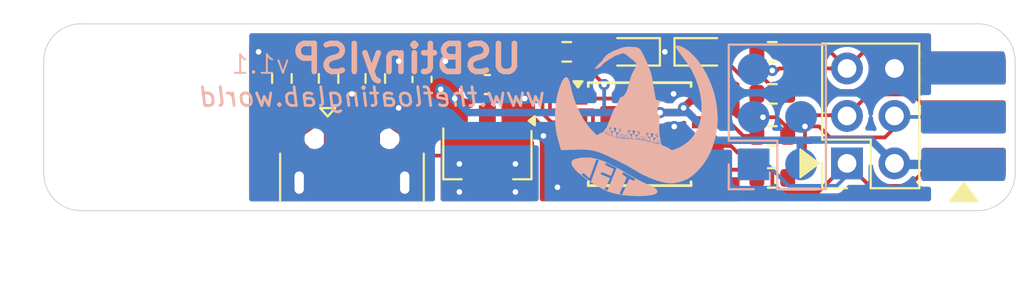
<source format=kicad_pcb>
(kicad_pcb
	(version 20240108)
	(generator "pcbnew")
	(generator_version "8.0")
	(general
		(thickness 1.6)
		(legacy_teardrops no)
	)
	(paper "A4")
	(layers
		(0 "F.Cu" signal)
		(31 "B.Cu" signal)
		(32 "B.Adhes" user "B.Adhesive")
		(33 "F.Adhes" user "F.Adhesive")
		(34 "B.Paste" user)
		(35 "F.Paste" user)
		(36 "B.SilkS" user "B.Silkscreen")
		(37 "F.SilkS" user "F.Silkscreen")
		(38 "B.Mask" user)
		(39 "F.Mask" user)
		(40 "Dwgs.User" user "User.Drawings")
		(41 "Cmts.User" user "User.Comments")
		(42 "Eco1.User" user "User.Eco1")
		(43 "Eco2.User" user "User.Eco2")
		(44 "Edge.Cuts" user)
		(45 "Margin" user)
		(46 "B.CrtYd" user "B.Courtyard")
		(47 "F.CrtYd" user "F.Courtyard")
		(48 "B.Fab" user)
		(49 "F.Fab" user)
		(50 "User.1" user)
		(51 "User.2" user)
		(52 "User.3" user)
		(53 "User.4" user)
		(54 "User.5" user)
		(55 "User.6" user)
		(56 "User.7" user)
		(57 "User.8" user)
		(58 "User.9" user)
	)
	(setup
		(stackup
			(layer "F.SilkS"
				(type "Top Silk Screen")
				(color "Black")
			)
			(layer "F.Paste"
				(type "Top Solder Paste")
			)
			(layer "F.Mask"
				(type "Top Solder Mask")
				(color "White")
				(thickness 0.01)
			)
			(layer "F.Cu"
				(type "copper")
				(thickness 0.035)
			)
			(layer "dielectric 1"
				(type "core")
				(thickness 1.51)
				(material "FR4")
				(epsilon_r 4.5)
				(loss_tangent 0.02)
			)
			(layer "B.Cu"
				(type "copper")
				(thickness 0.035)
			)
			(layer "B.Mask"
				(type "Bottom Solder Mask")
				(color "White")
				(thickness 0.01)
			)
			(layer "B.Paste"
				(type "Bottom Solder Paste")
			)
			(layer "B.SilkS"
				(type "Bottom Silk Screen")
				(color "Black")
			)
			(copper_finish "None")
			(dielectric_constraints no)
		)
		(pad_to_mask_clearance 0)
		(allow_soldermask_bridges_in_footprints no)
		(pcbplotparams
			(layerselection 0x00010fc_ffffffff)
			(plot_on_all_layers_selection 0x0000000_00000000)
			(disableapertmacros no)
			(usegerberextensions yes)
			(usegerberattributes no)
			(usegerberadvancedattributes no)
			(creategerberjobfile no)
			(dashed_line_dash_ratio 12.000000)
			(dashed_line_gap_ratio 3.000000)
			(svgprecision 4)
			(plotframeref no)
			(viasonmask no)
			(mode 1)
			(useauxorigin no)
			(hpglpennumber 1)
			(hpglpenspeed 20)
			(hpglpendiameter 15.000000)
			(pdf_front_fp_property_popups yes)
			(pdf_back_fp_property_popups yes)
			(dxfpolygonmode yes)
			(dxfimperialunits yes)
			(dxfusepcbnewfont yes)
			(psnegative no)
			(psa4output no)
			(plotreference yes)
			(plotvalue yes)
			(plotfptext yes)
			(plotinvisibletext no)
			(sketchpadsonfab no)
			(subtractmaskfromsilk yes)
			(outputformat 1)
			(mirror no)
			(drillshape 0)
			(scaleselection 1)
			(outputdirectory "")
		)
	)
	(net 0 "")
	(net 1 "Net-(J2-D+)")
	(net 2 "Net-(U1-XTAL2{slash}PB4)")
	(net 3 "Net-(U1-XTAL1{slash}PB3)")
	(net 4 "Net-(J2-D-)")
	(net 5 "Net-(J2-VBUS)")
	(net 6 "Net-(D3-A)")
	(net 7 "Net-(J3-Pin_3)")
	(net 8 "Net-(D4-A)")
	(net 9 "Net-(J3-Pin_2)")
	(net 10 "Net-(J3-Pin_4)")
	(net 11 "Net-(J3-Pin_5)")
	(net 12 "Net-(J3-Pin_1)")
	(net 13 "unconnected-(J2-ID-Pad4)")
	(net 14 "Net-(D3-K)")
	(net 15 "Net-(U1-PB2)")
	(net 16 "Net-(U1-AREF{slash}PB0)")
	(net 17 "Net-(U1-~{RESET}{slash}PB5)")
	(footprint "Connector_PinSocket_2.54mm:PinSocket_2x03_P2.54mm_Vertical" (layer "F.Cu") (at 152 56.97 180))
	(footprint "Connector_USB:USB_Micro-B_XKB_U254-051T-4BH83-F1S" (layer "F.Cu") (at 125.5 57.61))
	(footprint "Resistor_SMD:R_0603_1608Metric" (layer "F.Cu") (at 126.75 52.425 -90))
	(footprint "Resistor_SMD:R_0603_1608Metric" (layer "F.Cu") (at 137 51))
	(footprint "LED_SMD:LED_0603_1608Metric" (layer "F.Cu") (at 144.25 51))
	(footprint "Resistor_SMD:R_0603_1608Metric" (layer "F.Cu") (at 148 53.25))
	(footprint "Package_SO:SOIC-8W_5.3x5.3mm_P1.27mm" (layer "F.Cu") (at 140.9 55.405))
	(footprint "Capacitor_SMD:C_0603_1608Metric" (layer "F.Cu") (at 132.75 52.75))
	(footprint "Package_TO_SOT_SMD:SOT-89-3" (layer "F.Cu") (at 132.75 56.46 -90))
	(footprint "Capacitor_SMD:C_0603_1608Metric" (layer "F.Cu") (at 129.25 52.475 -90))
	(footprint "Resistor_SMD:R_0603_1608Metric" (layer "F.Cu") (at 148 55.5))
	(footprint "Resistor_SMD:R_0603_1608Metric" (layer "F.Cu") (at 121.75 52.425 90))
	(footprint "Resistor_SMD:R_0603_1608Metric" (layer "F.Cu") (at 124.25 52.425 90))
	(footprint "MountingHole:MountingHole_6mm" (layer "F.Cu") (at 114 54.5))
	(footprint "Resistor_SMD:R_0603_1608Metric" (layer "F.Cu") (at 148 57.75))
	(footprint "Resistor_SMD:R_0603_1608Metric" (layer "F.Cu") (at 148 51))
	(footprint "LED_SMD:LED_0603_1608Metric" (layer "F.Cu") (at 140.5 51 180))
	(footprint "Connector_PinHeader_2.54mm:PinHeader_2x03_P2.54mm_Vertical" (layer "B.Cu") (at 147 57.023))
	(footprint "logos:tfl-logo09mm" (layer "B.Cu") (at 140.717 54.75 180))
	(gr_poly
		(pts
			(xy 150.5 56.97) (xy 149.5 56.22) (xy 149.5 57.72)
		)
		(stroke
			(width 0.1)
			(type solid)
		)
		(fill solid)
		(layer "F.SilkS")
		(uuid "87c2e92c-c58c-4cf8-b06e-426f6d1f4ae4")
	)
	(gr_poly
		(pts
			(xy 158.25 58) (xy 157.5 59) (xy 159 59)
		)
		(stroke
			(width 0.1)
			(type solid)
		)
		(fill solid)
		(layer "F.SilkS")
		(uuid "caca8285-4db5-45d6-a067-b85b854b8d6f")
	)
	(gr_line
		(start 159 59.5)
		(end 111 59.5)
		(stroke
			(width 0.05)
			(type default)
		)
		(layer "Edge.Cuts")
		(uuid "1e1a8c15-4e13-47ea-9ddc-06ee55dbe020")
	)
	(gr_arc
		(start 159 49.5)
		(mid 160.414214 50.085786)
		(end 161 51.5)
		(stroke
			(width 0.05)
			(type default)
		)
		(layer "Edge.Cuts")
		(uuid "25e7c332-71fe-4320-95b0-6c3f4e04a1c9")
	)
	(gr_arc
		(start 111 59.5)
		(mid 109.585786 58.914214)
		(end 109 57.5)
		(stroke
			(width 0.05)
			(type default)
		)
		(layer "Edge.Cuts")
		(uuid "45f542f6-b8fe-4287-8360-de87dabbdc17")
	)
	(gr_arc
		(start 109 51.5)
		(mid 109.585786 50.085786)
		(end 111 49.5)
		(stroke
			(width 0.05)
			(type default)
		)
		(layer "Edge.Cuts")
		(uuid "5005863b-07b8-4ddf-b343-8f516c63873d")
	)
	(gr_line
		(start 109 57.5)
		(end 109 51.5)
		(stroke
			(width 0.05)
			(type default)
		)
		(layer "Edge.Cuts")
		(uuid "669b4e34-902e-4abe-a4da-60bc6a2db1d6")
	)
	(gr_line
		(start 111 49.5)
		(end 159 49.5)
		(stroke
			(width 0.05)
			(type default)
		)
		(layer "Edge.Cuts")
		(uuid "b1f51ed7-f8bc-4415-8d50-e83139a68ca9")
	)
	(gr_line
		(start 161 51.5)
		(end 161 57.5)
		(stroke
			(width 0.05)
			(type default)
		)
		(layer "Edge.Cuts")
		(uuid "bf68ad66-7cee-4c27-ab23-8e9f536224ec")
	)
	(gr_arc
		(start 161 57.5)
		(mid 160.414214 58.914214)
		(end 159 59.5)
		(stroke
			(width 0.05)
			(type default)
		)
		(layer "Edge.Cuts")
		(uuid "c4708d30-464d-4996-bbc8-d50b627331fa")
	)
	(gr_text "v1.1"
		(at 122.25 52.25 0)
		(layer "B.SilkS")
		(uuid "2285b672-3451-4456-ba60-28eef89bfed5")
		(effects
			(font
				(size 1 1)
				(thickness 0.1)
			)
			(justify left bottom mirror)
		)
	)
	(gr_text "USBtinyISP"
		(at 134.75 52.25 0)
		(layer "B.SilkS")
		(uuid "242d7354-9f14-41b0-b626-fe6e6e7a745d")
		(effects
			(font
				(size 1.5 1.5)
				(thickness 0.3)
				(bold yes)
			)
			(justify left bottom mirror)
		)
	)
	(gr_text "www.thefloatinglab.world"
		(at 136 54 0)
		(layer "B.SilkS")
		(uuid "69e308a2-5bcb-489d-a4db-67efbbba36bb")
		(effects
			(font
				(size 1 1)
				(thickness 0.15)
				(italic yes)
			)
			(justify left bottom mirror)
		)
	)
	(segment
		(start 125.5 54.5)
		(end 124.25 53.25)
		(width 0.2)
		(layer "F.Cu")
		(net 1)
		(uuid "119bcff5-7c94-436f-97c8-cda315c54ed6")
	)
	(segment
		(start 125.5 55.325)
		(end 125.5 54.5)
		(width 0.2)
		(layer "F.Cu")
		(net 1)
		(uuid "ab04900c-fde1-4a02-a493-17b1d623684b")
	)
	(segment
		(start 136.1 54.125)
		(end 136.1 52.35)
		(width 0.2)
		(layer "F.Cu")
		(net 2)
		(uuid "0dea0b02-db5e-49ed-a27b-4d4104773068")
	)
	(segment
		(start 123.125 50.225)
		(end 121.75 51.6)
		(width 0.2)
		(layer "F.Cu")
		(net 2)
		(uuid "1e37df89-c8d9-4804-94f6-539a0b3f45a2")
	)
	(segment
		(start 138.4 54.145)
		(end 138.38 54.125)
		(width 0.2)
		(layer "F.Cu")
		(net 2)
		(uuid "2f300cad-d860-4aa2-9ccf-7af3149fa74e")
	)
	(segment
		(start 137.71 56.04)
		(end 138.4 55.35)
		(width 0.2)
		(layer "F.Cu")
		(net 2)
		(uuid "67902dfe-ac8e-4c6a-a95d-6fe33bd005b9")
	)
	(segment
		(start 137.25 56.04)
		(end 137.71 56.04)
		(width 0.2)
		(layer "F.Cu")
		(net 2)
		(uuid "7e80ce3d-0f1c-45ad-b093-e9b049f5c110")
	)
	(segment
		(start 138.38 54.125)
		(end 136.1 54.125)
		(width 0.2)
		(layer "F.Cu")
		(net 2)
		(uuid "c8381a7e-62d9-44f9-8f9b-7ac715f2950c")
	)
	(segment
		(start 136.1 52.35)
		(end 133.975 50.225)
		(width 0.2)
		(layer "F.Cu")
		(net 2)
		(uuid "edfaefee-22c2-4781-aa1e-bd7b42c7e259")
	)
	(segment
		(start 133.975 50.225)
		(end 123.125 50.225)
		(width 0.2)
		(layer "F.Cu")
		(net 2)
		(uuid "f67bafa1-c3ca-49b2-8712-3ae4d83b695f")
	)
	(segment
		(start 138.4 55.35)
		(end 138.4 54.145)
		(width 0.2)
		(layer "F.Cu")
		(net 2)
		(uuid "f6ac8576-e98b-4057-9b06-d0fdac353397")
	)
	(segment
		(start 136.179315 54.77)
		(end 137.25 54.77)
		(width 0.2)
		(layer "F.Cu")
		(net 3)
		(uuid "22f15104-a4bc-48a4-a861-e24d378675f6")
	)
	(segment
		(start 125.225 50.625)
		(end 133.75 50.625)
		(width 0.2)
		(layer "F.Cu")
		(net 3)
		(uuid "6a3e5dbb-5304-4fb1-859f-9e0b57b981fb")
	)
	(segment
		(start 133.75 50.625)
		(end 135.7 52.575)
		(width 0.2)
		(layer "F.Cu")
		(net 3)
		(uuid "75cc2680-0121-47b3-829d-2e426ad78816")
	)
	(segment
		(start 135.7 52.575)
		(end 135.7 54.290685)
		(width 0.2)
		(layer "F.Cu")
		(net 3)
		(uuid "ae5a45ef-467a-4b8b-8220-f4e95b7852bd")
	)
	(segment
		(start 124.25 51.6)
		(end 125.225 50.625)
		(width 0.2)
		(layer "F.Cu")
		(net 3)
		(uuid "d7229f6f-a8dc-4aec-b06f-91839dae042d")
	)
	(segment
		(start 135.7 54.290685)
		(end 136.179315 54.77)
		(width 0.2)
		(layer "F.Cu")
		(net 3)
		(uuid "de2e5bbf-5ad9-4ab2-8a3d-6856c4243898")
	)
	(segment
		(start 121.75 53.25)
		(end 122.7 52.3)
		(width 0.2)
		(layer "F.Cu")
		(net 4)
		(uuid "02a0ae65-8eeb-4afa-a35f-60cf30e5ce42")
	)
	(segment
		(start 124.85 55.325)
		(end 124.85 54.45)
		(width 0.2)
		(layer "F.Cu")
		(net 4)
		(uuid "441f6b76-5ff8-4916-8ecf-b80c32c8df17")
	)
	(segment
		(start 122.7 52.3)
		(end 126.05 52.3)
		(width 0.2)
		(layer "F.Cu")
		(net 4)
		(uuid "942957a2-996f-4fa9-b649-7a5f13d78bf0")
	)
	(segment
		(start 122.45 53.95)
		(end 121.75 53.25)
		(width 0.2)
		(layer "F.Cu")
		(net 4)
		(uuid "b0d4174a-cc54-4249-9e93-266059c8fb8e")
	)
	(segment
		(start 126.05 52.3)
		(end 126.75 51.6)
		(width 0.2)
		(layer "F.Cu")
		(net 4)
		(uuid "b9b05c2b-e84f-494b-a33e-9656be204e0a")
	)
	(segment
		(start 124.85 54.45)
		(end 124.35 53.95)
		(width 0.2)
		(layer "F.Cu")
		(net 4)
		(uuid "c73b4dff-9b08-43d0-a281-a4b5d0b7da3e")
	)
	(segment
		(start 124.35 53.95)
		(end 122.45 53.95)
		(width 0.2)
		(layer "F.Cu")
		(net 4)
		(uuid "d61fa792-f9e0-4853-ae42-17afa91d5ede")
	)
	(segment
		(start 132.75 54.5975)
		(end 132.75 56.25)
		(width 0.2)
		(layer "F.Cu")
		(net 5)
		(uuid "1c54924b-7793-4677-92c1-d91ccef662bc")
	)
	(segment
		(start 131.0975 56.25)
		(end 130.7925 56.555)
		(width 0.2)
		(layer "F.Cu")
		(net 5)
		(uuid "244954fe-2d4e-4b20-a91e-6d686fad55fe")
	)
	(segment
		(start 132.75 53.75)
		(end 132.75 54.5975)
		(width 0.4)
		(layer "F.Cu")
		(net 5)
		(uuid "2feb1a66-3041-4286-b68f-919141da8824")
	)
	(segment
		(start 124.2 56.15)
		(end 124.2 55.725)
		(width 0.2)
		(layer "F.Cu")
		(net 5)
		(uuid "33eeebe6-58af-486a-8c6b-ad4e17d734ec")
	)
	(segment
		(start 131.975 52.975)
		(end 131.975 52.75)
		(width 0.4)
		(layer "F.Cu")
		(net 5)
		(uuid "6c1338e6-27e4-4e0e-8932-fe398840a17a")
	)
	(segment
		(start 124.605 56.555)
		(end 124.2 56.15)
		(width 0.2)
		(layer "F.Cu")
		(net 5)
		(uuid "8cc30f4a-35c2-4bd6-9c03-663dffa3d593")
	)
	(segment
		(start 132.75 53.75)
		(end 131.975 52.975)
		(width 0.4)
		(layer "F.Cu")
		(net 5)
		(uuid "b279e3a3-a69b-421c-b7b2-4c44e13aebcd")
	)
	(segment
		(start 130.7925 56.555)
		(end 124.605 56.555)
		(width 0.2)
		(layer "F.Cu")
		(net 5)
		(uuid "b61e9c8c-4b1b-4db8-bc37-286b398f5d7e")
	)
	(segment
		(start 132.75 56.25)
		(end 131.0975 56.25)
		(width 0.2)
		(layer "F.Cu")
		(net 5)
		(uuid "c22c3d0d-80d4-476b-bc28-47a7493f12da")
	)
	(via
		(at 134.25 57)
		(size 0.6)
		(drill 0.3)
		(layers "F.Cu" "B.Cu")
		(free yes)
		(net 5)
		(uuid "33207a13-c112-475f-8c1e-c907229e4ae3")
	)
	(via
		(at 134.25 58.5)
		(size 0.6)
		(drill 0.3)
		(layers "F.Cu" "B.Cu")
		(free yes)
		(net 5)
		(uuid "7e36459e-654f-42c2-95c5-db76ce8bbc5a")
	)
	(via
		(at 131.25 57)
		(size 0.6)
		(drill 0.3)
		(layers "F.Cu" "B.Cu")
		(free yes)
		(net 5)
		(uuid "e8b73b9e-1145-442f-9167-d211fc8dc4a2")
	)
	(via
		(at 131.25 58.5)
		(size 0.6)
		(drill 0.3)
		(layers "F.Cu" "B.Cu")
		(free yes)
		(net 5)
		(uuid "fe9be3b7-1ebd-4f2e-9f76-ea351b9c4dbf")
	)
	(segment
		(start 131.25 57)
		(end 134.25 57)
		(width 0.2)
		(layer "B.Cu")
		(net 5)
		(uuid "550102e4-7325-4101-bcac-5603758d4056")
	)
	(segment
		(start 145.0375 51)
		(end 146.2875 52.25)
		(width 0.2)
		(layer "F.Cu")
		(net 6)
		(uuid "326b157e-73df-47c3-9069-826601f19312")
	)
	(segment
		(start 147.362648 52.25)
		(end 148.362648 53.25)
		(width 0.2)
		(layer "F.Cu")
		(net 6)
		(uuid "4f0969a4-2ac5-40ff-8dfb-1a73d8394158")
	)
	(segment
		(start 146.2875 52.25)
		(end 147.362648 52.25)
		(width 0.2)
		(layer "F.Cu")
		(net 6)
		(uuid "5f7c555c-183a-4517-afb1-085cbe107597")
	)
	(segment
		(start 148.362648 53.25)
		(end 148.825 53.25)
		(width 0.2)
		(layer "F.Cu")
		(net 6)
		(uuid "d7a650fd-6711-4c80-8543-96c695f43f80")
	)
	(segment
		(start 152 54.43)
		(end 151.961 54.391)
		(width 0.2)
		(layer "F.Cu")
		(net 7)
		(uuid "0b9e474d-0e1e-47f0-b40c-adfbea61fcf6")
	)
	(segment
		(start 148.825 55.025)
		(end 148.825 55.5)
		(width 0.2)
		(layer "F.Cu")
		(net 7)
		(uuid "0f0f963d-9b4a-4759-ab04-509b25709d83")
	)
	(segment
		(start 152.457 54.25)
		(end 152.637 54.43)
		(width 0.2)
		(layer "F.Cu")
		(net 7)
		(uuid "226ac009-10b2-4aeb-a453-82d66e8b82fc")
	)
	(segment
		(start 152 54.43)
		(end 153.15 53.28)
		(width 0.2)
		(layer "F.Cu")
		(net 7)
		(uuid "2bfa000d-0ee4-4711-a759-ed73638a2581")
	)
	(segment
		(start 155.53 53.28)
		(end 156.25 54)
		(width 0.2)
		(layer "F.Cu")
		(net 7)
		(uuid "43ebb219-4428-4c0b-a8fb-b4c1734a017f")
	)
	(segment
		(start 148.25 54.5)
		(end 147.5 54.5)
		(width 0.2)
		(layer "F.Cu")
		(net 7)
		(uuid "736a157b-2aeb-473a-9972-98b31ffb77ce")
	)
	(segment
		(start 148.675 54.925)
		(end 148.25 54.5)
		(width 0.2)
		(layer "F.Cu")
		(net 7)
		(uuid "91b6f645-6ebf-4f54-8325-92d37d498989")
	)
	(segment
		(start 153.15 53.28)
		(end 155.53 53.28)
		(width 0.2)
		(layer "F.Cu")
		(net 7)
		(uuid "ab89c81d-12e3-4fbb-af98-f3bc7a397c94")
	)
	(segment
		(start 148.925 54.925)
		(end 148.825 55.025)
		(width 0.2)
		(layer "F.Cu")
		(net 7)
		(uuid "b019fd74-f505-495d-830c-6cba10c34089")
	)
	(segment
		(start 148.925 54.925)
		(end 148.675 54.925)
		(width 0.2)
		(layer "F.Cu")
		(net 7)
		(uuid "d103181f-1ce7-44c1-9610-45a0c7ee1881")
	)
	(segment
		(start 151.961 54.391)
		(end 149.459 54.391)
		(width 0.2)
		(layer "F.Cu")
		(net 7)
		(uuid "dc48502f-8f89-4d87-8af4-a72f94eb69e7")
	)
	(segment
		(start 149.459 54.391)
		(end 148.925 54.925)
		(width 0.2)
		(layer "F.Cu")
		(net 7)
		(uuid "fefdd6b1-0f71-4793-a150-3bc78ec573d5")
	)
	(via
		(at 147.5 54.5)
		(size 0.6)
		(drill 0.3)
		(layers "F.Cu" "B.Cu")
		(net 7)
		(uuid "b80bad43-268c-457d-a539-0ae9be511a35")
	)
	(segment
		(start 139.7125 51)
		(end 137.825 51)
		(width 0.2)
		(layer "F.Cu")
		(net 8)
		(uuid "e5645498-eea0-4305-81fc-127a469440f7")
	)
	(segment
		(start 143.25 54)
		(end 143.75 53.5)
		(width 0.4)
		(layer "F.Cu")
		(net 9)
		(uuid "285b26de-288a-43e6-af6f-9c87a4b31073")
	)
	(segment
		(start 126.75 53.25)
		(end 129 53.25)
		(width 0.2)
		(layer "F.Cu")
		(net 9)
		(uuid "2a21474b-3988-436c-9312-044e707cb38f")
	)
	(segment
		(start 129.99 53.25)
		(end 131.25 54.51)
		(width 0.2)
		(layer "F.Cu")
		(net 9)
		(uuid "3b046a69-acd7-4aef-adee-435e43382f18")
	)
	(segment
		(start 142 54.25)
		(end 143 54.25)
		(width 0.4)
		(layer "F.Cu")
		(net 9)
		(uuid "4dc7fa26-9592-4be9-a9bd-eaa5cdd20559")
	)
	(segment
		(start 129 53.25)
		(end 129.99 53.25)
		(width 0.2)
		(layer "F.Cu")
		(net 9)
		(uuid "74e631e2-b925-4baa-9c3b-8cfcc2316e12")
	)
	(segment
		(start 137.425 52.25)
		(end 136.175 51)
		(width 0.2)
		(layer "F.Cu")
		(net 9)
		(uuid "9ad5b229-3346-4d5e-8dc3-5d9d6b7ffb8c")
	)
	(segment
		(start 143 54.25)
		(end 143.25 54)
		(width 0.4)
		(layer "F.Cu")
		(net 9)
		(uuid "bf1fa73f-09f0-4211-aae6-567771471c4c")
	)
	(segment
		(start 137.425 52.25)
		(end 138.5 52.25)
		(width 0.2)
		(layer "F.Cu")
		(net 9)
		(uuid "edb8a81d-5162-45df-9598-76bd58983188")
	)
	(segment
		(start 138.5 52.25)
		(end 139 52.75)
		(width 0.2)
		(layer "F.Cu")
		(net 9)
		(uuid "fdd1f17b-6da6-4417-b521-cee0f771c4e0")
	)
	(via
		(at 139 52.75)
		(size 0.6)
		(drill 0.3)
		(layers "F.Cu" "B.Cu")
		(net 9)
		(uuid "22487656-139a-4d2e-9e58-99afd6018f6a")
	)
	(via
		(at 130.25 53)
		(size 0.6)
		(drill 0.3)
		(layers "F.Cu" "B.Cu")
		(net 9)
		(uuid "24400c2a-7213-4c8c-a380-62f36e25ca56")
	)
	(via
		(at 131 53.5)
		(size 0.6)
		(drill 0.3)
		(layers "F.Cu" "B.Cu")
		(free yes)
		(net 9)
		(uuid "7623e885-98c5-4320-aae8-8e2a60bfa91c")
	)
	(via
		(at 143.25 54)
		(size 0.6)
		(drill 0.3)
		(layers "F.Cu" "B.Cu")
		(net 9)
		(uuid "86683519-822e-4f0a-9aec-d5467bc69487")
	)
	(via
		(at 142 54.25)
		(size 0.6)
		(drill 0.3)
		(layers "F.Cu" "B.Cu")
		(net 9)
		(uuid "9630d63a-6b03-4d9c-bf6e-599685347550")
	)
	(segment
		(start 131.125 53.625)
		(end 130.5 53)
		(width 0.4)
		(layer "B.Cu")
		(net 9)
		(uuid "0cde6e3f-c7f3-4aa2-8ecc-db57c27fcc31")
	)
	(segment
		(start 139 54.25)
		(end 131.75 54.25)
		(width 0.4)
		(layer "B.Cu")
		(net 9)
		(uuid "164a2f78-351d-4b16-bf82-1a2577d300d7")
	)
	(segment
		(start 153.29 55.72)
		(end 150.070767 55.72)
		(width 0.4)
		(layer "B.Cu")
		(net 9)
		(uuid "34bd325c-4055-4094-b049-1b3e10c67507")
	)
	(segment
		(start 131.75 54.25)
		(end 131.125 53.625)
		(width 0.4)
		(layer "B.Cu")
		(net 9)
		(uuid "4ee23a85-43c2-421c-9dde-1e6f12499dba")
	)
	(segment
		(start 150.057767 55.733)
		(end 144.983 55.733)
		(width 0.4)
		(layer "B.Cu")
		(net 9)
		(uuid "5be87cf1-e2f5-4213-be05-7f106744ea62")
	)
	(segment
		(start 153.842 56.272)
		(end 154.54 56.97)
		(width 0.4)
		(layer "B.Cu")
		(net 9)
		(uuid "63ef2fba-7c42-414f-be64-a4ad56293db1")
	)
	(segment
		(start 157.501 57.025)
		(end 157.503 57.023)
		(width 0.5)
		(layer "B.Cu")
		(net 9)
		(uuid "7265a620-9d93-46b4-a19b-c43acbfbf79e")
	)
	(segment
		(start 139 52.75)
		(end 139 54.25)
		(width 0.2)
		(layer "B.Cu")
		(net 9)
		(uuid "88272356-2d2f-4396-a313-02e12570e1b8")
	)
	(segment
		(start 143.75 54.5)
		(end 143.5 54.25)
		(width 0.4)
		(layer "B.Cu")
		(net 9)
		(uuid "8af21b62-912a-42d2-9f4e-d77f542f74c2")
	)
	(segment
		(start 130.5 53)
		(end 130.25 53)
		(width 0.4)
		(layer "B.Cu")
		(net 9)
		(uuid "a6478d45-e99f-40d4-a8cf-80c69451d8a1")
	)
	(segment
		(start 143.5 54.25)
		(end 142 54.25)
		(width 0.4)
		(layer "B.Cu")
		(net 9)
		(uuid "b23ce329-f4c3-43b9-ace3-497c462a0495")
	)
	(segment
		(start 143.75 54.5)
		(end 143.25 54)
		(width 0.4)
		(layer "B.Cu")
		(net 9)
		(uuid "b706e0e4-ce8b-4db0-9938-edaaf5382960")
	)
	(segment
		(start 154.54 56.97)
		(end 153.29 55.72)
		(width 0.4)
		(layer "B.Cu")
		(net 9)
		(uuid "bdb8eed7-daeb-43ed-b659-929391ad7019")
	)
	(segment
		(start 150.070767 55.72)
		(end 150.057767 55.733)
		(width 0.4)
		(layer "B.Cu")
		(net 9)
		(uuid "cb9bc2be-0fad-4d7f-a6ac-4a9e6b861438")
	)
	(segment
		(start 142 54.25)
		(end 139 54.25)
		(width 0.4)
		(layer "B.Cu")
		(net 9)
		(uuid "d9b23a6f-43e5-4121-8f70-9c09355a4d08")
	)
	(segment
		(start 155.132 57.025)
		(end 157.501 57.025)
		(width 0.5)
		(layer "B.Cu")
		(net 9)
		(uuid "dbe89b30-a976-4c47-b0ff-81f74b167990")
	)
	(segment
		(start 131.125 53.625)
		(end 130.75 53.25)
		(width 0.4)
		(layer "B.Cu")
		(net 9)
		(uuid "dce9fe59-5194-4b82-a6da-bbc21926eb7f")
	)
	(segment
		(start 149.5 55.735)
		(end 149.5 56.983)
		(width 0.4)
		(layer "B.Cu")
		(net 9)
		(uuid "e42c492d-4cf5-4180-a0f4-9f20999af420")
	)
	(segment
		(start 149.5 56.983)
		(end 149.54 57.023)
		(width 0.4)
		(layer "B.Cu")
		(net 9)
		(uuid "ecf26f69-d880-4632-b3c2-2e48b58786fc")
	)
	(segment
		(start 144.983 55.733)
		(end 143.75 54.5)
		(width 0.4)
		(layer "B.Cu")
		(net 9)
		(uuid "f1e752f9-db3d-4a1c-a427-258dcd1ca687")
	)
	(segment
		(start 150.5 54.991)
		(end 149.75 54.991)
		(width 0.2)
		(layer "F.Cu")
		(net 10)
		(uuid "0ac973d4-d064-4681-96d8-4e48079a01d3")
	)
	(segment
		(start 155.177 54.43)
		(end 154.027 55.58)
		(width 0.2)
		(layer "F.Cu")
		(net 10)
		(uuid "1b91bea7-5e8f-4d2f-940e-1e29fbb04cc4")
	)
	(segment
		(start 149.75 56.825)
		(end 149.75 54.991)
		(width 0.2)
		(layer "F.Cu")
		(net 10)
		(uuid "24201a01-fc9b-46e7-a1e3-c860b040c8c3")
	)
	(segment
		(start 154.027 55.58)
		(end 151.745 55.58)
		(width 0.2)
		(layer "F.Cu")
		(net 10)
		(uuid "2eb72868-5e38-49ce-96ba-4556b55d6eb5")
	)
	(segment
		(start 151.745 55.58)
		(end 151.089 55.58)
		(width 0.2)
		(layer "F.Cu")
		(net 10)
		(uuid "6056be26-5fb0-47ac-974c-81b6b68f772f")
	)
	(segment
		(start 148.75 57.387352)
		(end 148.75 58.112648)
		(width 0.2)
		(layer "F.Cu")
		(net 10)
		(uuid "d5022a8d-55b1-4ea1-95d0-6fc05c81a8e9")
	)
	(segment
		(start 151.089 55.58)
		(end 150.5 54.991)
		(width 0.2)
		(layer "F.Cu")
		(net 10)
		(uuid "dd629374-5fa4-493d-ba49-896ef51d5ede")
	)
	(segment
		(start 148.825 57.75)
		(end 149.75 56.825)
		(width 0.2)
		(layer "F.Cu")
		(net 10)
		(uuid "f920da32-c795-4291-9625-13a8753d972b")
	)
	(via
		(at 149.75 54.991)
		(size 0.6)
		(drill 0.3)
		(layers "F.Cu" "B.Cu")
		(net 10)
		(uuid "7b0c3596-95b1-41e0-8ff1-17eaa44c83ef")
	)
	(segment
		(start 155.132 54.485)
		(end 157.501 54.485)
		(width 0.2)
		(layer "B.Cu")
		(net 10)
		(uuid "282cfc53-c76f-486f-98df-ee185d8453e5")
	)
	(segment
		(start 157.501 54.485)
		(end 157.503 54.483)
		(width 0.5)
		(layer "B.Cu")
		(net 10)
		(uuid "a3320a45-d414-4ca8-bc77-b97e7f6dad51")
	)
	(segment
		(start 148.36 51.89)
		(end 152 51.89)
		(width 0.2)
		(layer "F.Cu")
		(net 11)
		(uuid "0b0b7e1e-6ebf-480b-95e5-06ac816dbafe")
	)
	(segment
		(start 156.4085 51.9085)
		(end 157.3415 51.9085)
		(width 0.2)
		(layer "F.Cu")
		(net 11)
		(uuid "6662646d-74c6-4efa-96c0-b738f3006a97")
	)
	(segment
		(start 148 52)
		(end 148.25 52)
		(width 0.2)
		(layer "F.Cu")
		(net 11)
		(uuid "8e90be69-a54b-4143-a008-8a69545c02ae")
	)
	(segment
		(start 155.24 50.74)
		(end 156.4085 51.9085)
		(width 0.2)
		(layer "F.Cu")
		(net 11)
		(uuid "9dc367d5-6e25-41c8-91e5-85ae80dcd28c")
	)
	(segment
		(start 151.11 51)
		(end 148.825 51)
		(width 0.2)
		(layer "F.Cu")
		(net 11)
		(uuid "b9d3bdef-438d-42f0-8205-786af806c910")
	)
	(segment
		(start 152 51.89)
		(end 151.11 51)
		(width 0.2)
		(layer "F.Cu")
		(net 11)
		(uuid "c1462c2c-9820-4874-9b24-19c4e7cde8eb")
	)
	(segment
		(start 152 51.89)
		(end 153.095 50.795)
		(width 0.2)
		(layer "F.Cu")
		(net 11)
		(uuid "e208acd5-dc67-4c67-980e-db659dd773df")
	)
	(segment
		(start 152 51.89)
		(end 153.15 50.74)
		(width 0.2)
		(layer "F.Cu")
		(net 11)
		(uuid "f3693c03-4fa0-4b99-a8b9-bf3457c52274")
	)
	(segment
		(start 148.25 52)
		(end 148.36 51.89)
		(width 0.2)
		(layer "F.Cu")
		(net 11)
		(uuid "f8ffea7c-64b9-43c0-8a90-25e04664a258")
	)
	(segment
		(start 153.15 50.74)
		(end 155.24 50.74)
		(width 0.2)
		(layer "F.Cu")
		(net 11)
		(uuid "faae6b2f-bd90-4d97-83d2-b6415822ac7b")
	)
	(via
		(at 148 52)
		(size 0.6)
		(drill 0.3)
		(layers "F.Cu" "B.Cu")
		(net 11)
		(uuid "6b70f2e8-e476-4b2f-9622-9f32d723c36d")
	)
	(segment
		(start 147.057 52)
		(end 148 52)
		(width 0.2)
		(layer "B.Cu")
		(net 11)
		(uuid "730a9032-c951-44ba-9425-f75c433383c8")
	)
	(segment
		(start 147 51.943)
		(end 147.057 52)
		(width 0.2)
		(layer "B.Cu")
		(net 11)
		(uuid "d3287a4e-777c-4304-a941-0bbbf8646c7c")
	)
	(segment
		(start 145.79 56.04)
		(end 144.55 56.04)
		(width 0.2)
		(layer "F.Cu")
		(net 12)
		(uuid "1318fd52-32b2-4143-86a4-a9edfd0f24f5")
	)
	(segment
		(start 150 58.525)
		(end 148.412352 58.525)
		(width 0.2)
		(layer "F.Cu")
		(net 12)
		(uuid "255df7e6-422e-4062-bbd9-3889a3bad270")
	)
	(segment
		(start 148 58.112648)
		(end 148 57.387352)
		(width 0.2)
		(layer "F.Cu")
		(net 12)
		(uuid "291feeae-93fb-486b-aca3-ef4c96ac4bed")
	)
	(segment
		(start 148.412352 58.525)
		(end 148 58.112648)
		(width 0.2)
		(layer "F.Cu")
		(net 12)
		(uuid "47c0cb30-c747-4fcb-af82-338e4ad6defb")
	)
	(segment
		(start 155.25 58.175)
		(end 153.205 58.175)
		(width 0.2)
		(layer "F.Cu")
		(net 12)
		(uuid "699d2c88-9c33-47df-b5e6-3ef533bd585d")
	)
	(segment
		(start 150 58.525)
		(end 150.445 58.525)
		(width 0.2)
		(layer "F.Cu")
		(net 12)
		(uuid "6e3edac1-ca92-433e-85d2-f77743543c03")
	)
	(segment
		(start 153.205 58.175)
		(end 152 56.97)
		(width 0.2)
		(layer "F.Cu")
		(net 12)
		(uuid "9d6e8fe2-9fa2-4375-b49a-f6263ac3f761")
	)
	(segment
		(start 146.997648 56.385)
		(end 146.135 56.385)
		(width 0.2)
		(layer "F.Cu")
		(net 12)
		(uuid "a79607d5-a889-4bab-afc1-46c34a88ea58")
	)
	(segment
		(start 155.25 58.175)
		(end 155.325 58.175)
		(width 0.2)
		(layer "F.Cu")
		(net 12)
		(uuid "adb6ac8e-db8c-4664-9a8f-9ead830f18d8")
	)
	(segment
		(start 148 57.387352)
		(end 146.997648 56.385)
		(width 0.2)
		(layer "F.Cu")
		(net 12)
		(uuid "ddf09b20-0720-4fa8-97b7-789b377944a0")
	)
	(segment
		(start 150.445 58.525)
		(end 152 56.97)
		(width 0.2)
		(layer "F.Cu")
		(net 12)
		(uuid "de4912ab-25be-4895-8624-80dccdf36114")
	)
	(segment
		(start 155.325 58.175)
		(end 156.5 57)
		(width 0.2)
		(layer "F.Cu")
		(net 12)
		(uuid "e100db49-285c-4530-bfbd-93218e4e489a")
	)
	(segment
		(start 146.135 56.385)
		(end 145.79 56.04)
		(width 0.2)
		(layer "F.Cu")
		(net 12)
		(uuid "f5121dfb-4e02-4d87-8344-746d7303ff25")
	)
	(segment
		(start 148.874 58.173)
		(end 151.444 58.173)
		(width 0.2)
		(layer "B.Cu")
		(net 12)
		(uuid "0224316e-9d46-4d1e-9925-d3f1df22de00")
	)
	(segment
		(start 147.724 57.023)
		(end 148.874 58.173)
		(width 0.2)
		(layer "B.Cu")
		(net 12)
		(uuid "74b8645a-6106-4986-aa5d-eed1cfed352d")
	)
	(segment
		(start 151.444 58.173)
		(end 152.592 57.025)
		(width 0.2)
		(layer "B.Cu")
		(net 12)
		(uuid "ef25cd92-2c65-423b-8d09-3d949f1797b1")
	)
	(segment
		(start 134.75 53.5)
		(end 134.6125 53.6375)
		(width 0.2)
		(layer "F.Cu")
		(net 14)
		(uuid "035c08b9-3339-4c02-90fd-391035fb36a0")
	)
	(segment
		(start 133.525 52.75)
		(end 134 52.75)
		(width 0.2)
		(layer "F.Cu")
		(net 14)
		(uuid "24eb3091-2639-4ced-b7eb-79e3153fe697")
	)
	(segment
		(start 134.6125 54.1475)
		(end 134.25 54.51)
		(width 0.2)
		(layer "F.Cu")
		(net 14)
		(uuid "2a71c63d-0677-4a95-9ac3-5e833362d2b1")
	)
	(segment
		(start 143.467 51)
		(end 143.25 51)
		(width 0.2)
		(layer "F.Cu")
		(net 14)
		(uuid "39362fd5-353d-449f-95d1-4e09bbfa2726")
	)
	(segment
		(start 137.85 57.655)
		(end 137.325 57.655)
		(width 0.2)
		(layer "F.Cu")
		(net 14)
		(uuid "3e31e5f1-23e5-4bb0-8486-984bab41a461")
	)
	(segment
		(start 134.6125 53.3625)
		(end 134.75 53.5)
		(width 0.2)
		(layer "F.Cu")
		(net 14)
		(uuid "584ab6e5-70a0-4915-90de-366c4e1d25a2")
	)
	(segment
		(start 134 52.75)
		(end 134.75 53.5)
		(width 0.2)
		(layer "F.Cu")
		(net 14)
		(uuid "8a718bb8-420d-40f3-ab67-350b6c56e8fa")
	)
	(segment
		(start 134.6125 53.6375)
		(end 134.6125 54.1475)
		(width 0.2)
		(layer "F.Cu")
		(net 14)
		(uuid "cf11ebcc-b118-45d2-ab50-913f438ef322")
	)
	(via
		(at 125.5 53.25)
		(size 0.6)
		(drill 0.3)
		(layers "F.Cu" "B.Cu")
		(free yes)
		(net 14)
		(uuid "0f63d36b-e5e4-4a21-ac38-7a4bd2be3d96")
	)
	(via
		(at 136.5 58.25)
		(size 0.6)
		(drill 0.3)
		(layers "F.Cu" "B.Cu")
		(free yes)
		(net 14)
		(uuid "29d30795-ed68-445d-8a26-65b8a910dc40")
	)
	(via
		(at 128 51.5)
		(size 0.6)
		(drill 0.3)
		(layers "F.Cu" "B.Cu")
		(free yes)
		(net 14)
		(uuid "30a82c4d-fb4e-4b27-943a-3e0b09e74e87")
	)
	(via
		(at 120.5 51)
		(size 0.6)
		(drill 0.3)
		(layers "F.Cu" "B.Cu")
		(free yes)
		(net 14)
		(uuid "43d9dc4c-7883-46b4-953e-c40db5f21514")
	)
	(via
		(at 128 54)
		(size 0.6)
		(drill 0.3)
		(layers "F.Cu" "B.Cu")
		(free yes)
		(net 14)
		(uuid "4f9fdddc-4747-4db2-b429-10b228a2d817")
	)
	(via
		(at 130.5 51.5)
		(size 0.6)
		(drill 0.3)
		(layers "F.Cu" "B.Cu")
		(free yes)
		(net 14)
		(uuid "5a7937b0-3080-4ea0-99c1-c2f65a64d1e9")
	)
	(via
		(at 135.75 55.5)
		(size 0.6)
		(drill 0.3)
		(layers "F.Cu" "B.Cu")
		(net 14)
		(uuid "6516c0ff-ee6e-4945-8a9e-afb89167b405")
	)
	(via
		(at 134.75 53.5)
		(size 0.6)
		(drill 0.3)
		(layers "F.Cu" "B.Cu")
		(net 14)
		(uuid "b6c2579b-16ed-4492-885b-3f579a31b853")
	)
	(via
		(at 142.75 55)
		(size 0.6)
		(drill 0.3)
		(layers "F.Cu" "B.Cu")
		(free yes)
		(net 14)
		(uuid "ba81c863-cc37-4d95-9942-ddedce5306aa")
	)
	(via
		(at 142.717 53.25)
		(size 0.6)
		(drill 0.3)
		(layers "F.Cu" "B.Cu")
		(net 14)
		(uuid "e8fdc718-e919-4876-b783-9cc735333cc3")
	)
	(via
		(at 142.25 51)
		(size 0.6)
		(drill 0.3)
		(layers "F.Cu" "B.Cu")
		(net 14)
		(uuid "f544c20e-ef80-46ed-bc05-ece1605e9647")
	)
	(segment
		(start 153.982 53.095)
		(end 155.132 51.945)
		(width 0.2)
		(layer "B.Cu")
		(net 14)
		(uuid "0d4888e1-a5d4-477b-bac0-d7ac409f96f2")
	)
	(segment
		(start 142.802 53.335)
		(end 142.717 53.25)
		(width 0.2)
		(layer "B.Cu")
		(net 14)
		(uuid "214a7d3e-f873-4cca-8cd8-ac77280950da")
	)
	(segment
		(start 142.772 53.195)
		(end 145.75 53.195)
		(width 0.4)
		(layer "B.Cu")
		(net 14)
		(uuid "287286f2-b42e-4a9c-89a3-d59da8bdddfd")
	)
	(segment
		(start 142.717 53.25)
		(end 142.772 53.195)
		(width 0.4)
		(layer "B.Cu")
		(net 14)
		(uuid "395978c6-2f18-40bf-960c-49095e830509")
	)
	(segment
		(start 153.882 53.195)
		(end 155.132 51.945)
		(width 0.4)
		(layer "B.Cu")
		(net 14)
		(uuid "51161aeb-dee3-44f0-b70e-72f372906aab")
	)
	(segment
		(start 155.132 51.945)
		(end 157.501 51.945)
		(width 0.5)
		(layer "B.Cu")
		(net 14)
		(uuid "5dcb9588-c85a-4504-b0de-f4239fbbb8ed")
	)
	(segment
		(start 145.75 53.195)
		(end 150.264 53.195)
		(width 0.4)
		(layer "B.Cu")
		(net 14)
		(uuid "7403afa6-3bd8-4777-994b-02aff44d2b66")
	)
	(segment
		(start 145.75 53.195)
		(end 145.662 53.195)
		(width 0.4)
		(layer "B.Cu")
		(net 14)
		(uuid "7e96a883-ad7d-409f-8cee-2283f01258f3")
	)
	(segment
		(start 150.264 53.195)
		(end 153.882 53.195)
		(width 0.4)
		(layer "B.Cu")
		(net 14)
		(uuid "8efa0b00-118f-41cf-99a4-c4a0901202c8")
	)
	(segment
		(start 157.501 51.945)
		(end 157.503 51.943)
		(width 0.5)
		(layer "B.Cu")
		(net 14)
		(uuid "b7efedb3-13f3-4002-8db1-cfe77833e1c6")
	)
	(segment
		(start 142.707 53.24)
		(end 142.717 53.25)
		(width 0.4)
		(layer "B.Cu")
		(net 14)
		(uuid "f0c3f839-20ee-45c7-a58b-bb1a7f6c38ad")
	)
	(segment
		(start 144.55 54.77)
		(end 145.715 54.77)
		(width 0.2)
		(layer "F.Cu")
		(net 15)
		(uuid "34784740-5ec4-418f-9519-1a43500b1199")
	)
	(segment
		(start 146.445 55.5)
		(end 147.175 55.5)
		(width 0.2)
		(layer "F.Cu")
		(net 15)
		(uuid "4720925a-b4de-4f29-8dc9-c417b8af6db0")
	)
	(segment
		(start 146.9 55.225)
		(end 146.9 53.525)
		(width 0.2)
		(layer "F.Cu")
		(net 15)
		(uuid "519ea0fd-5b7d-4f4b-bffb-151199873ede")
	)
	(segment
		(start 146.9 53.525)
		(end 147.175 53.25)
		(width 0.2)
		(layer "F.Cu")
		(net 15)
		(uuid "cd018533-36d6-4d92-b167-e262b9a9f829")
	)
	(segment
		(start 147.175 55.5)
		(end 146.9 55.225)
		(width 0.2)
		(layer "F.Cu")
		(net 15)
		(uuid "d61c18e6-4873-46e6-a93b-4ff55acd4302")
	)
	(segment
		(start 145.715 54.77)
		(end 146.445 55.5)
		(width 0.2)
		(layer "F.Cu")
		(net 15)
		(uuid "dca9f97e-68a2-49e4-aa89-d28493c05f31")
	)
	(segment
		(start 146.81 57.31)
		(end 144.55 57.31)
		(width 0.2)
		(layer "F.Cu")
		(net 16)
		(uuid "501d1299-a60a-4ae2-88de-d317ef827b74")
	)
	(segment
		(start 147.25 57.75)
		(end 146.81 57.31)
		(width 0.2)
		(layer "F.Cu")
		(net 16)
		(uuid "89eee97e-4589-4229-9744-76f39f83e5dc")
	)
	(segment
		(start 144.55 57.31)
		(end 146.735 57.31)
		(width 0.2)
		(layer "F.Cu")
		(net 16)
		(uuid "c527642c-1362-4903-87d3-e22f325c1315")
	)
	(segment
		(start 146.735 57.31)
		(end 147.175 57.75)
		(width 0.2)
		(layer "F.Cu")
		(net 16)
		(uuid "ffd55e21-f477-4597-a2fc-da3a3d80be7f")
	)
	(segment
		(start 140.55 52.7)
		(end 140.55 50.522814)
		(width 0.2)
		(layer "F.Cu")
		(net 17)
		(uuid "00c0f09e-35db-4904-b478-d132efd50dbf")
	)
	(segment
		(start 140.847814 50.225)
		(end 146.4 50.225)
		(width 0.2)
		(layer "F.Cu")
		(net 17)
		(uuid "77011cf6-8fb8-4e57-bdaf-c62224598e9f")
	)
	(segment
		(start 140.55 50.522814)
		(end 140.847814 50.225)
		(width 0.2)
		(layer "F.Cu")
		(net 17)
		(uuid "7a8ff514-8873-492f-8144-7f1136729f5e")
	)
	(segment
		(start 137.25 53.5)
		(end 139.75 53.5)
		(width 0.2)
		(layer "F.Cu")
		(net 17)
		(uuid "b84c837f-cbea-4d19-a789-0330bccbbba2")
	)
	(segment
		(start 146.4 50.225)
		(end 147.175 51)
		(width 0.2)
		(layer "F.Cu")
		(net 17)
		(uuid "d0897c61-6e81-4db3-844e-0b3a08adf811")
	)
	(segment
		(start 139.75 53.5)
		(end 140.55 52.7)
		(width 0.2)
		(layer "F.Cu")
		(net 17)
		(uuid "fa9923fc-f337-4615-8bf0-a175ef414f3f")
	)
	(zone
		(net 12)
		(net_name "Net-(J3-Pin_1)")
		(layer "F.Cu")
		(uuid "10851763-b853-4921-9ccf-56ca44b015b1")
		(hatch edge 0.5)
		(priority 7)
		(connect_pads yes
			(clearance 0.3)
		)
		(min_thickness 0.25)
		(filled_areas_thickness no)
		(fill yes
			(thermal_gap 0.5)
			(thermal_bridge_width 0.5)
		)
		(polygon
			(pts
				(xy 155.991 56.134) (xy 155.991 57.912) (xy 160.75 57.912) (xy 160.75 56.134)
			)
		)
		(filled_polygon
			(layer "F.Cu")
			(pts
				(xy 160.442539 56.153685) (xy 160.488294 56.206489) (xy 160.4995 56.258) (xy 160.4995 57.495572)
				(xy 160.499184 57.504419) (xy 160.484869 57.704557) (xy 160.482351 57.722068) (xy 160.462275 57.814358)
				(xy 160.428791 57.875681) (xy 160.367468 57.909166) (xy 160.341109 57.912) (xy 156.115 57.912) (xy 156.047961 57.892315)
				(xy 156.002206 57.839511) (xy 155.991 57.788) (xy 155.991 56.258) (xy 156.010685 56.190961) (xy 156.063489 56.145206)
				(xy 156.115 56.134) (xy 160.3755 56.134)
			)
		)
	)
	(zone
		(net 11)
		(net_name "Net-(J3-Pin_5)")
		(layer "F.Cu")
		(uuid "497f9a5f-5674-44ca-bc23-6188d449a2aa")
		(hatch edge 0.5)
		(priority 7)
		(connect_pads yes
			(clearance 0.3)
		)
		(min_thickness 0.25)
		(filled_areas_thickness no)
		(fill yes
			(thermal_gap 0.5)
			(thermal_bridge_width 0.5)
		)
		(polygon
			(pts
				(xy 155.991 50.972) (xy 155.991 52.75) (xy 160.75 52.75) (xy 160.75 50.972)
			)
		)
		(filled_polygon
			(layer "F.Cu")
			(pts
				(xy 160.380339 50.991685) (xy 160.426094 51.044489) (xy 160.429482 51.052667) (xy 160.435661 51.069234)
				(xy 160.440645 51.086209) (xy 160.482351 51.277931) (xy 160.484869 51.295442) (xy 160.499184 51.49558)
				(xy 160.4995 51.504427) (xy 160.4995 52.626) (xy 160.479815 52.693039) (xy 160.427011 52.738794)
				(xy 160.3755 52.75) (xy 156.115 52.75) (xy 156.047961 52.730315) (xy 156.002206 52.677511) (xy 155.991 52.626)
				(xy 155.991 51.096) (xy 156.010685 51.028961) (xy 156.063489 50.983206) (xy 156.115 50.972) (xy 160.3133 50.972)
			)
		)
	)
	(zone
		(net 14)
		(net_name "Net-(D3-K)")
		(layer "F.Cu")
		(uuid "68a4556e-a99e-46e3-a0f0-717822d0b350")
		(hatch edge 0.5)
		(priority 3)
		(connect_pads yes
			(clearance 0.3)
		)
		(min_thickness 0.25)
		(filled_areas_thickness no)
		(fill yes
			(thermal_gap 0.5)
			(thermal_bridge_width 0.5)
		)
		(polygon
			(pts
				(xy 130 59.25) (xy 130 50.5) (xy 120 50.5) (xy 120 59.25)
			)
		)
		(filled_polygon
			(layer "F.Cu")
			(pts
				(xy 122.051284 50.519685) (xy 122.097039 50.572489) (xy 122.106983 50.641647) (xy 122.077958 50.705203)
				(xy 122.071939 50.711667) (xy 121.952904 50.830703) (xy 121.920425 50.863182) (xy 121.859102 50.896666)
				(xy 121.832744 50.8995) (xy 121.427129 50.8995) (xy 121.427123 50.899501) (xy 121.367516 50.905908)
				(xy 121.232671 50.956202) (xy 121.232664 50.956206) (xy 121.117455 51.042452) (xy 121.117452 51.042455)
				(xy 121.031206 51.157664) (xy 121.031202 51.157671) (xy 120.98091 51.292513) (xy 120.980909 51.292517)
				(xy 120.9745 51.352127) (xy 120.9745 51.352134) (xy 120.9745 51.352135) (xy 120.9745 51.84787) (xy 120.974501 51.847876)
				(xy 120.980908 51.907483) (xy 121.031202 52.042328) (xy 121.031206 52.042335) (xy 121.117452 52.157544)
				(xy 121.117455 52.157547) (xy 121.232664 52.243793) (xy 121.232671 52.243797) (xy 121.277618 52.260561)
				(xy 121.367517 52.294091) (xy 121.427127 52.3005) (xy 121.833745 52.300499) (xy 121.900783 52.320183)
				(xy 121.946538 52.372987) (xy 121.956482 52.442146) (xy 121.927457 52.505702) (xy 121.921425 52.51218)
				(xy 121.920424 52.513181) (xy 121.859101 52.546666) (xy 121.832743 52.5495) (xy 121.427129 52.5495)
				(xy 121.427123 52.549501) (xy 121.367516 52.555908) (xy 121.232671 52.606202) (xy 121.232664 52.606206)
				(xy 121.117455 52.692452) (xy 121.117452 52.692455) (xy 121.031206 52.807664) (xy 121.031202 52.807671)
				(xy 120.98091 52.942513) (xy 120.980909 52.942517) (xy 120.9745 53.002127) (xy 120.9745 53.002134)
				(xy 120.9745 53.002135) (xy 120.9745 53.49787) (xy 120.974501 53.497876) (xy 120.980908 53.557483)
				(xy 121.031202 53.692328) (xy 121.031206 53.692335) (xy 121.117452 53.807544) (xy 121.117455 53.807547)
				(xy 121.232664 53.893793) (xy 121.232671 53.893797) (xy 121.277618 53.910561) (xy 121.367517 53.944091)
				(xy 121.427127 53.9505) (xy 121.832744 53.950499) (xy 121.899783 53.970183) (xy 121.920425 53.986818)
				(xy 122.129519 54.195912) (xy 122.12952 54.195913) (xy 122.204087 54.27048) (xy 122.295413 54.323207)
				(xy 122.397273 54.3505) (xy 123.613452 54.3505) (xy 123.680491 54.370185) (xy 123.726246 54.422989)
				(xy 123.73619 54.492147) (xy 123.726886 54.524586) (xy 123.702416 54.580004) (xy 123.702415 54.580008)
				(xy 123.6995 54.605131) (xy 123.6995 54.9755) (xy 123.679815 55.042539) (xy 123.627011 55.088294)
				(xy 123.5755 55.0995) (xy 123.572475 55.0995) (xy 123.427525 55.0995) (xy 123.319047 55.128567)
				(xy 123.287511 55.137017) (xy 123.161988 55.209488) (xy 123.161982 55.209493) (xy 123.059493 55.311982)
				(xy 123.059488 55.311988) (xy 122.987017 55.437511) (xy 122.987016 55.437515) (xy 122.9495 55.577525)
				(xy 122.9495 55.722475) (xy 122.984708 55.85387) (xy 122.987017 55.862488) (xy 123.059488 55.988011)
				(xy 123.05949 55.988013) (xy 123.059491 55.988015) (xy 123.161985 56.090509) (xy 123.161986 56.09051)
				(xy 123.161988 56.090511) (xy 123.287511 56.162982) (xy 123.287512 56.162982) (xy 123.287515 56.162984)
				(xy 123.427525 56.2005) (xy 123.427528 56.2005) (xy 123.572472 56.2005) (xy 123.572475 56.2005)
				(xy 123.663468 56.176118) (xy 123.733315 56.177781) (xy 123.78318 56.208151) (xy 123.783904 56.208875)
				(xy 123.816056 56.26452) (xy 123.826792 56.304586) (xy 123.826792 56.304587) (xy 123.826793 56.304588)
				(xy 123.87952 56.395913) (xy 124.284519 56.800912) (xy 124.28452 56.800913) (xy 124.359087 56.87548)
				(xy 124.450413 56.928207) (xy 124.552273 56.9555) (xy 129.8205 56.9555) (xy 129.887539 56.975185)
				(xy 129.933294 57.027989) (xy 129.9445 57.0795) (xy 129.9445 58.8755) (xy 129.924815 58.942539)
				(xy 129.872011 58.988294) (xy 129.8205 58.9995) (xy 120.124 58.9995) (xy 120.056961 58.979815) (xy 120.011206 58.927011)
				(xy 120 58.8755) (xy 120 50.624) (xy 120.019685 50.556961) (xy 120.072489 50.511206) (xy 120.124 50.5)
				(xy 121.984245 50.5)
			)
		)
		(filled_polygon
			(layer "F.Cu")
			(pts
				(xy 125.959621 52.720185) (xy 126.005376 52.772989) (xy 126.01532 52.842147) (xy 126.008764 52.867833)
				(xy 125.980909 52.942517) (xy 125.9745 53.002127) (xy 125.9745 53.002134) (xy 125.9745 53.002135)
				(xy 125.9745 53.49787) (xy 125.974501 53.497876) (xy 125.980908 53.557483) (xy 126.031202 53.692328)
				(xy 126.031206 53.692335) (xy 126.117452 53.807544) (xy 126.117455 53.807547) (xy 126.232664 53.893793)
				(xy 126.232671 53.893797) (xy 126.277618 53.910561) (xy 126.367517 53.944091) (xy 126.427127 53.9505)
				(xy 127.072872 53.950499) (xy 127.132483 53.944091) (xy 127.267331 53.893796) (xy 127.382546 53.807546)
				(xy 127.462914 53.700188) (xy 127.518847 53.658318) (xy 127.56218 53.6505) (xy 128.419929 53.6505)
				(xy 128.486968 53.670185) (xy 128.532723 53.722989) (xy 128.535284 53.729011) (xy 128.537635 53.734975)
				(xy 128.624921 53.850078) (xy 128.740023 53.937363) (xy 128.740024 53.937363) (xy 128.740025 53.937364)
				(xy 128.87441 53.990359) (xy 128.894633 53.992787) (xy 128.958847 54.020323) (xy 128.986889 54.053302)
				(xy 129.030323 54.127567) (xy 129.030325 54.127571) (xy 129.076081 54.180376) (xy 129.076091 54.180387)
				(xy 129.120807 54.222548) (xy 129.120809 54.222549) (xy 129.120813 54.222553) (xy 129.220889 54.273439)
				(xy 129.287928 54.293124) (xy 129.374 54.3055) (xy 130 54.3055) (xy 130 55) (xy 130 55.200577) (xy 129.986533 55.256776)
				(xy 129.976561 55.276389) (xy 129.97656 55.276391) (xy 129.97656 55.276392) (xy 129.956877 55.343421)
				(xy 129.9445 55.429502) (xy 129.9445 56.0305) (xy 129.924815 56.097539) (xy 129.872011 56.143294)
				(xy 129.8205 56.1545) (xy 128.059163 56.1545) (xy 127.992124 56.134815) (xy 127.946369 56.082011)
				(xy 127.936425 56.012853) (xy 127.951775 55.968501) (xy 128.012984 55.862485) (xy 128.0505 55.722475)
				(xy 128.0505 55.577525) (xy 128.012984 55.437515) (xy 127.940509 55.311985) (xy 127.838015 55.209491)
				(xy 127.838013 55.20949) (xy 127.838011 55.209488) (xy 127.712488 55.137017) (xy 127.712489 55.137017)
				(xy 127.680953 55.128567) (xy 127.572475 55.0995) (xy 127.427525 55.0995) (xy 127.319047 55.128567)
				(xy 127.287511 55.137017) (xy 127.161988 55.209488) (xy 127.161982 55.209493) (xy 127.059493 55.311982)
				(xy 127.059488 55.311988) (xy 126.987017 55.437511) (xy 126.987016 55.437515) (xy 126.9495 55.577525)
				(xy 126.9495 55.722475) (xy 126.987016 55.862485) (xy 127.048224 55.9685) (xy 127.064697 56.036399)
				(xy 127.041845 56.102427) (xy 126.986924 56.145617) (xy 126.940837 56.1545) (xy 126.7745 56.1545)
				(xy 126.707461 56.134815) (xy 126.661706 56.082011) (xy 126.6505 56.0305) (xy 126.650499 54.605143)
				(xy 126.650499 54.605136) (xy 126.650497 54.605117) (xy 126.647586 54.580012) (xy 126.647585 54.58001)
				(xy 126.647585 54.580009) (xy 126.602206 54.477235) (xy 126.522765 54.397794) (xy 126.419992 54.352415)
				(xy 126.394868 54.3495) (xy 125.947158 54.3495) (xy 125.880119 54.329815) (xy 125.839771 54.2875)
				(xy 125.82048 54.254087) (xy 125.061818 53.495425) (xy 125.028333 53.434102) (xy 125.025499 53.407744)
				(xy 125.025499 53.002129) (xy 125.025498 53.002123) (xy 125.019091 52.942516) (xy 124.991236 52.867833)
				(xy 124.986252 52.798141) (xy 125.019737 52.736818) (xy 125.081061 52.703334) (xy 125.107418 52.7005)
				(xy 125.892582 52.7005)
			)
		)
		(filled_polygon
			(layer "F.Cu")
			(pts
				(xy 130 51.9445) (xy 129.974634 51.9445) (xy 129.921341 51.949186) (xy 129.921313 51.94919) (xy 129.878712 51.956741)
				(xy 129.878692 51.956745) (xy 129.851493 51.962857) (xy 129.750473 52.011854) (xy 129.736512 52.02217)
				(xy 129.736509 52.02217) (xy 129.73651 52.022171) (xy 129.73049 52.026619) (xy 129.72972 52.0269)
				(xy 129.715479 52.037699) (xy 129.714255 52.038615) (xy 129.690715 52.056011) (xy 129.690706 52.056016)
				(xy 129.690707 52.056017) (xy 129.66545 52.07468) (xy 129.659906 52.079841) (xy 129.622418 52.108269)
				(xy 129.592982 52.12482) (xy 129.564958 52.135871) (xy 129.534284 52.143628) (xy 129.532354 52.14386)
				(xy 129.530253 52.144112) (xy 129.515447 52.145) (xy 129.374 52.145) (xy 129.373991 52.145) (xy 129.37399 52.145001)
				(xy 129.309064 52.151981) (xy 129.309052 52.151983) (xy 129.257546 52.163188) (xy 129.219345 52.174144)
				(xy 129.219341 52.174146) (xy 129.122431 52.230823) (xy 129.122428 52.230825) (xy 129.069623 52.276581)
				(xy 129.069612 52.276591) (xy 129.027451 52.321307) (xy 129.027445 52.321316) (xy 128.976559 52.421391)
				(xy 128.976462 52.421725) (xy 128.976371 52.421865) (xy 128.974443 52.426722) (xy 128.973492 52.426344)
				(xy 128.938683 52.480501) (xy 128.881805 52.50647) (xy 128.882115 52.507694) (xy 128.875421 52.509385)
				(xy 128.875125 52.509521) (xy 128.874625 52.509586) (xy 128.874411 52.50964) (xy 128.740023 52.562636)
				(xy 128.624921 52.649921) (xy 128.537635 52.765024) (xy 128.535284 52.770989) (xy 128.492378 52.826133)
				(xy 128.426471 52.849327) (xy 128.419929 52.8495) (xy 127.56218 52.8495) (xy 127.495141 52.829815)
				(xy 127.462913 52.799811) (xy 127.461663 52.798141) (xy 127.382546 52.692454) (xy 127.325731 52.649922)
				(xy 127.267335 52.606206) (xy 127.267328 52.606202) (xy 127.132486 52.55591) (xy 127.132485 52.555909)
				(xy 127.132483 52.555909) (xy 127.072873 52.5495) (xy 127.072864 52.5495) (xy 126.666253 52.5495)
				(xy 126.599214 52.529815) (xy 126.553459 52.477011) (xy 126.543515 52.407853) (xy 126.57254 52.344297)
				(xy 126.578602 52.337789) (xy 126.579618 52.336774) (xy 126.640957 52.30332) (xy 126.667255 52.300499)
				(xy 127.072871 52.300499) (xy 127.072872 52.300499) (xy 127.132483 52.294091) (xy 127.267331 52.243796)
				(xy 127.382546 52.157546) (xy 127.468796 52.042331) (xy 127.519091 51.907483) (xy 127.5255 51.847873)
				(xy 127.525499 51.352128) (xy 127.519091 51.292517) (xy 127.51909 51.292513) (xy 127.481912 51.192833)
				(xy 127.476928 51.123141) (xy 127.510414 51.061818) (xy 127.571737 51.028334) (xy 127.598094 51.0255)
				(xy 130 51.0255)
			)
		)
	)
	(zone
		(net 5)
		(net_name "Net-(J2-VBUS)")
		(layer "F.Cu")
		(uuid "6d7c097c-1826-4acd-9d54-de31b840807f")
		(hatch edge 0.5)
		(priority 3)
		(connect_pads
			(clearance 0.3)
		)
		(min_thickness 0.25)
		(filled_areas_thickness no)
		(fill yes
			(thermal_gap 0.5)
			(thermal_bridge_width 0.5)
		)
		(polygon
			(pts
				(xy 130.25 55.25) (xy 135.25 55.25) (xy 135.25 59.25) (xy 130.25 59.25)
			)
		)
		(filled_polygon
			(layer "F.Cu")
			(pts
				(xy 133.456777 55.263467) (xy 133.476389 55.273439) (xy 133.543428 55.293124) (xy 133.615519 55.303489)
				(xy 133.672792 55.327421) (xy 133.765025 55.397364) (xy 133.89941 55.450359) (xy 133.983856 55.4605)
				(xy 133.983862 55.4605) (xy 134.516138 55.4605) (xy 134.516144 55.4605) (xy 134.60059 55.450359)
				(xy 134.734975 55.397364) (xy 134.781001 55.362461) (xy 134.82289 55.330696) (xy 134.888201 55.305873)
				(xy 134.897815 55.3055) (xy 135.02853 55.3055) (xy 135.095569 55.325185) (xy 135.141324 55.377989)
				(xy 135.151468 55.445684) (xy 135.144318 55.5) (xy 135.144318 55.500001) (xy 135.164955 55.65676)
				(xy 135.164956 55.656762) (xy 135.225462 55.802837) (xy 135.229526 55.809875) (xy 135.227987 55.810763)
				(xy 135.24957 55.866589) (xy 135.25 55.876908) (xy 135.25 58.8755) (xy 135.230315 58.942539) (xy 135.177511 58.988294)
				(xy 135.126 58.9995) (xy 130.374 58.9995) (xy 130.306961 58.979815) (xy 130.261206 58.927011) (xy 130.25 58.8755)
				(xy 130.25 55.4295) (xy 130.269685 55.362461) (xy 130.322489 55.316706) (xy 130.372185 55.305894)
				(xy 130.372174 55.305678) (xy 130.373511 55.305606) (xy 130.374 55.3055) (xy 130.37549 55.3055)
				(xy 130.3755 55.3055) (xy 130.440441 55.298518) (xy 130.491952 55.287312) (xy 130.526804 55.277316)
				(xy 130.596672 55.277754) (xy 130.642858 55.305354) (xy 130.643163 55.304953) (xy 130.646795 55.307707)
				(xy 130.648672 55.308829) (xy 130.64992 55.310077) (xy 130.765023 55.397363) (xy 130.765024 55.397363)
				(xy 130.765025 55.397364) (xy 130.89941 55.450359) (xy 130.983856 55.4605) (xy 130.983862 55.4605)
				(xy 131.516138 55.4605) (xy 131.516144 55.4605) (xy 131.60059 55.450359) (xy 131.734975 55.397364)
				(xy 131.850078 55.310078) (xy 131.853415 55.305678) (xy 131.858425 55.299072) (xy 131.914618 55.25755)
				(xy 131.957227 55.25) (xy 133.400578 55.25)
			)
		)
	)
	(zone
		(net 9)
		(net_name "Net-(J3-Pin_2)")
		(layer "F.Cu")
		(uuid "9692d6e4-2fe2-4871-ac87-f41872e0819c")
		(hatch edge 0.5)
		(priority 8)
		(connect_pads yes
			(clearance 0.3)
		)
		(min_thickness 0.25)
		(filled_areas_thickness no)
		(fill yes
			(thermal_gap 0.5)
			(thermal_bridge_width 0.5)
		)
		(polygon
			(pts
				(xy 129.25 52.25) (xy 129.25 54) (xy 132.25 54) (xy 132.25 52.25)
			)
		)
		(filled_polygon
			(layer "F.Cu")
			(pts
				(xy 131.176838 52.269685) (xy 131.222593 52.322489) (xy 131.232914 52.388783) (xy 131.2245 52.458856)
				(xy 131.2245 53.041144) (xy 131.229825 53.085494) (xy 131.23464 53.125588) (xy 131.287636 53.259976)
				(xy 131.374921 53.375078) (xy 131.490023 53.462363) (xy 131.490024 53.462363) (xy 131.490025 53.462364)
				(xy 131.62441 53.515359) (xy 131.708856 53.5255) (xy 131.766324 53.5255) (xy 131.833363 53.545185)
				(xy 131.854005 53.561819) (xy 131.973116 53.68093) (xy 132.006601 53.742253) (xy 132.007324 53.791395)
				(xy 131.9945 53.86) (xy 131.9945 53.876) (xy 131.974815 53.943039) (xy 131.922011 53.988794) (xy 131.8705 54)
				(xy 129.374 54) (xy 129.306961 53.980315) (xy 129.261206 53.927511) (xy 129.25 53.876) (xy 129.25 52.5745)
				(xy 129.269685 52.507461) (xy 129.322489 52.461706) (xy 129.374 52.4505) (xy 129.541138 52.4505)
				(xy 129.541144 52.4505) (xy 129.62559 52.440359) (xy 129.759975 52.387364) (xy 129.875078 52.300078)
				(xy 129.875838 52.299074) (xy 129.876765 52.298389) (xy 129.881071 52.294084) (xy 129.881717 52.29473)
				(xy 129.93203 52.257552) (xy 129.974642 52.25) (xy 131.109799 52.25)
			)
		)
	)
	(zone
		(net 14)
		(net_name "Net-(D3-K)")
		(layer "F.Cu")
		(uuid "9a6a591b-5e88-4d9f-8375-4f7c5236ca2b")
		(hatch edge 0.5)
		(priority 2)
		(connect_pads yes
			(clearance 0.3)
		)
		(min_thickness 0.25)
		(filled_areas_thickness no)
		(fill yes
			(thermal_gap 0.5)
			(thermal_bridge_width 0.5)
		)
		(polygon
			(pts
				(xy 135.25 49.75) (xy 135.25 59.25) (xy 146.25 59.25) (xy 146.25 49.75)
			)
		)
		(filled_polygon
			(layer "F.Cu")
			(pts
				(xy 144.242539 50.645185) (xy 144.288294 50.697989) (xy 144.2995 50.7495) (xy 144.2995 51.296902)
				(xy 144.30952 51.380343) (xy 144.30952 51.380344) (xy 144.309521 51.380346) (xy 144.348429 51.479011)
				(xy 144.361886 51.513134) (xy 144.448132 51.626867) (xy 144.554929 51.707853) (xy 144.561868 51.713115)
				(xy 144.694654 51.765479) (xy 144.778098 51.7755) (xy 145.195245 51.7755) (xy 145.262284 51.795185)
				(xy 145.282926 51.811819) (xy 146.041587 52.57048) (xy 146.111328 52.610745) (xy 146.132908 52.623205)
				(xy 146.132912 52.623207) (xy 146.158095 52.629954) (xy 146.217752 52.666316) (xy 146.248283 52.729162)
				(xy 146.25 52.749728) (xy 146.25 54.439245) (xy 146.230315 54.506284) (xy 146.177511 54.552039)
				(xy 146.108353 54.561983) (xy 146.044797 54.532958) (xy 146.038319 54.526926) (xy 145.960915 54.449522)
				(xy 145.960913 54.44952) (xy 145.886855 54.406762) (xy 145.869589 54.396793) (xy 145.767721 54.369498)
				(xy 145.759765 54.368451) (xy 145.69587 54.340182) (xy 145.662521 54.295597) (xy 145.652208 54.272239)
				(xy 145.652207 54.272238) (xy 145.652206 54.272235) (xy 145.602652 54.222681) (xy 145.569167 54.161358)
				(xy 145.574151 54.091666) (xy 145.602652 54.047319) (xy 145.652206 53.997765) (xy 145.697585 53.894991)
				(xy 145.7005 53.869865) (xy 145.700499 53.130136) (xy 145.698559 53.113407) (xy 145.697586 53.105012)
				(xy 145.697585 53.10501) (xy 145.697585 53.105009) (xy 145.652206 53.002235) (xy 145.572765 52.922794)
				(xy 145.527544 52.902827) (xy 145.469992 52.877415) (xy 145.444865 52.8745) (xy 143.655143 52.8745)
				(xy 143.655117 52.874502) (xy 143.630012 52.877413) (xy 143.630008 52.877415) (xy 143.527235 52.922793)
				(xy 143.447794 53.002234) (xy 143.402415 53.105006) (xy 143.399967 53.114007) (xy 143.397762 53.113407)
				(xy 143.375535 53.165799) (xy 143.367333 53.174851) (xy 143.162146 53.380038) (xy 143.100823 53.413523)
				(xy 143.094415 53.41464) (xy 143.093241 53.414954) (xy 142.94716 53.475463) (xy 142.947159 53.475464)
				(xy 142.821718 53.571718) (xy 142.750174 53.664957) (xy 142.722527 53.700987) (xy 142.666099 53.742189)
				(xy 142.624151 53.7495) (xy 142.376257 53.7495) (xy 142.309218 53.729815) (xy 142.3039 53.726075)
				(xy 142.302836 53.725461) (xy 142.156765 53.664957) (xy 142.15676 53.664955) (xy 142.000001 53.644318)
				(xy 141.999999 53.644318) (xy 141.843239 53.664955) (xy 141.843237 53.664956) (xy 141.69716 53.725463)
				(xy 141.571718 53.821718) (xy 141.475463 53.94716) (xy 141.414956 54.093237) (xy 141.414955 54.093239)
				(xy 141.394318 54.249998) (xy 141.394318 54.250001) (xy 141.414955 54.40676) (xy 141.414956 54.406762)
				(xy 141.468735 54.536597) (xy 141.475464 54.552841) (xy 141.571718 54.678282) (xy 141.697159 54.774536)
				(xy 141.843238 54.835044) (xy 141.921619 54.845363) (xy 141.999999 54.855682) (xy 142 54.855682)
				(xy 142.000001 54.855682) (xy 142.052254 54.848802) (xy 142.156762 54.835044) (xy 142.302841 54.774536)
				(xy 142.302845 54.774532) (xy 142.309876 54.770474) (xy 142.310882 54.772216) (xy 142.365932 54.750931)
				(xy 142.376257 54.7505) (xy 143.06589 54.7505) (xy 143.065892 54.7505) (xy 143.193186 54.716392)
				(xy 143.213498 54.704664) (xy 143.281396 54.68819) (xy 143.347423 54.71104) (xy 143.390616 54.76596)
				(xy 143.3995 54.81205) (xy 143.3995 55.139856) (xy 143.399502 55.139882) (xy 143.402413 55.164987)
				(xy 143.402415 55.164991) (xy 143.447793 55.267764) (xy 143.497348 55.317319) (xy 143.530833 55.378642)
				(xy 143.525849 55.448334) (xy 143.497348 55.492681) (xy 143.447794 55.542234) (xy 143.402415 55.645006)
				(xy 143.402415 55.645008) (xy 143.3995 55.670131) (xy 143.3995 56.409856) (xy 143.399502 56.409882)
				(xy 143.402413 56.434987) (xy 143.402415 56.434991) (xy 143.447793 56.537764) (xy 143.497348 56.587319)
				(xy 143.530833 56.648642) (xy 143.525849 56.718334) (xy 143.497348 56.762681) (xy 143.447794 56.812234)
				(xy 143.402415 56.915006) (xy 143.402415 56.915008) (xy 143.3995 56.940131) (xy 143.3995 57.679856)
				(xy 143.399502 57.679882) (xy 143.402413 57.704987) (xy 143.402415 57.704991) (xy 143.447793 57.807764)
				(xy 143.447794 57.807765) (xy 143.527235 57.887206) (xy 143.630009 57.932585) (xy 143.655135 57.9355)
				(xy 145.444864 57.935499) (xy 145.444879 57.935497) (xy 145.444882 57.935497) (xy 145.469987 57.932586)
				(xy 145.469988 57.932585) (xy 145.469991 57.932585) (xy 145.572765 57.887206) (xy 145.652206 57.807765)
				(xy 145.662517 57.784414) (xy 145.707603 57.731037) (xy 145.774389 57.71051) (xy 145.775951 57.7105)
				(xy 146.126 57.7105) (xy 146.193039 57.730185) (xy 146.238794 57.782989) (xy 146.25 57.8345) (xy 146.25 58.8755)
				(xy 146.230315 58.942539) (xy 146.177511 58.988294) (xy 146.126 58.9995) (xy 135.6795 58.9995) (xy 135.612461 58.979815)
				(xy 135.566706 58.927011) (xy 135.5555 58.8755) (xy 135.5555 55.876906) (xy 135.555423 55.873207)
				(xy 135.555235 55.864189) (xy 135.554805 55.85387) (xy 135.534516 55.756425) (xy 135.525379 55.732791)
				(xy 135.524939 55.727531) (xy 135.501571 55.671115) (xy 135.500474 55.668376) (xy 135.49646 55.657995)
				(xy 135.494981 55.655204) (xy 135.468839 55.592091) (xy 135.460461 55.560824) (xy 135.454584 55.516184)
				(xy 135.454585 55.48991) (xy 135.454091 55.48988) (xy 135.454355 55.485554) (xy 135.454152 55.462794)
				(xy 135.453595 55.400411) (xy 135.443451 55.332716) (xy 135.428884 55.274842) (xy 135.424744 55.267764)
				(xy 135.395764 55.218212) (xy 135.372205 55.177929) (xy 135.32645 55.125125) (xy 135.288932 55.08975)
				(xy 135.253661 55.029439) (xy 135.250065 55.000065) (xy 135.25 55) (xy 135.842923 55) (xy 135.854494 55.011571)
				(xy 135.854504 55.011582) (xy 135.933403 55.090481) (xy 135.942349 55.095645) (xy 135.956969 55.104086)
				(xy 135.956971 55.104088) (xy 135.956972 55.104088) (xy 136.024727 55.143207) (xy 136.044569 55.148523)
				(xy 136.104231 55.184886) (xy 136.125914 55.218212) (xy 136.147794 55.267765) (xy 136.197348 55.317319)
				(xy 136.230833 55.378642) (xy 136.225849 55.448334) (xy 136.197348 55.492681) (xy 136.147794 55.542234)
				(xy 136.102415 55.645006) (xy 136.102415 55.645008) (xy 136.0995 55.670131) (xy 136.0995 56.409856)
				(xy 136.099502 56.409882) (xy 136.102413 56.434987) (xy 136.102415 56.434991) (xy 136.147793 56.537764)
				(xy 136.147794 56.537765) (xy 136.227235 56.617206) (xy 136.330009 56.662585) (xy 136.355135 56.6655)
				(xy 138.144864 56.665499) (xy 138.144879 56.665497) (xy 138.144882 56.665497) (xy 138.169987 56.662586)
				(xy 138.169988 56.662585) (xy 138.169991 56.662585) (xy 138.272765 56.617206) (xy 138.352206 56.537765)
				(xy 138.397585 56.434991) (xy 138.4005 56.409865) (xy 138.400499 55.967254) (xy 138.420183 55.900216)
				(xy 138.436818 55.879574) (xy 138.559974 55.756418) (xy 138.72048 55.595913) (xy 138.773206 55.504588)
				(xy 138.773207 55.504587) (xy 138.8005 55.402727) (xy 138.8005 54.092273) (xy 138.790939 54.05659)
				(xy 138.792602 53.986744) (xy 138.831764 53.928881) (xy 138.895992 53.901377) (xy 138.910714 53.9005)
				(xy 139.802725 53.9005) (xy 139.802727 53.9005) (xy 139.904588 53.873207) (xy 139.995913 53.82048)
				(xy 140.87048 52.945913) (xy 140.923207 52.854588) (xy 140.9505 52.752727) (xy 140.9505 52.647273)
				(xy 140.9505 50.7495) (xy 140.970185 50.682461) (xy 141.022989 50.636706) (xy 141.0745 50.6255)
				(xy 144.1755 50.6255)
			)
		)
	)
	(zone
		(net 14)
		(net_name "Net-(D3-K)")
		(layer "F.Cu")
		(uuid "d51c0732-4435-42d2-8181-42cd3f98a5b8")
		(hatch edge 0.5)
		(priority 4)
		(connect_pads yes
			(clearance 0.3)
		)
		(min_thickness 0.25)
		(filled_areas_thickness no)
		(fill yes
			(thermal_gap 0.5)
			(thermal_bridge_width 0.5)
		)
		(polygon
			(pts
				(xy 136.25 50.5) (xy 130 50.5) (xy 130 55) (xy 136.25 55)
			)
		)
		(filled_polygon
			(layer "F.Cu")
			(pts
				(xy 130.442539 54.325185) (xy 130.488294 54.377989) (xy 130.4995 54.4295) (xy 130.4995 54.876) (xy 130.479815 54.943039)
				(xy 130.427011 54.988794) (xy 130.3755 55) (xy 130 55) (xy 130 54.3055) (xy 130.3755 54.3055)
			)
		)
		(filled_polygon
			(layer "F.Cu")
			(pts
				(xy 133.599784 51.045185) (xy 133.620426 51.061819) (xy 135.263181 52.704574) (xy 135.296666 52.765897)
				(xy 135.2995 52.792255) (xy 135.2995 54.343411) (xy 135.326793 54.445274) (xy 135.353156 54.490935)
				(xy 135.37952 54.536598) (xy 135.379521 54.536599) (xy 135.379522 54.5366) (xy 135.842923 55) (xy 133.6295 55)
				(xy 133.562461 54.980315) (xy 133.516706 54.927511) (xy 133.5055 54.876) (xy 133.5055 53.860002)
				(xy 133.504197 53.831816) (xy 133.504197 53.831812) (xy 133.476644 53.734975) (xy 133.473473 53.72383)
				(xy 133.473472 53.723829) (xy 133.473472 53.723827) (xy 133.405814 53.634233) (xy 133.405813 53.634232)
				(xy 133.31036 53.57513) (xy 133.310356 53.575129) (xy 133.272953 53.568137) (xy 133.210672 53.536469)
				(xy 133.188355 53.508254) (xy 133.1505 53.442686) (xy 133.057314 53.3495) (xy 132.761819 53.054005)
				(xy 132.728334 52.992682) (xy 132.7255 52.966324) (xy 132.7255 52.458862) (xy 132.7255 52.458856)
				(xy 132.715359 52.37441) (xy 132.662364 52.240025) (xy 132.662363 52.240024) (xy 132.662363 52.240023)
				(xy 132.575078 52.124921) (xy 132.459976 52.037636) (xy 132.325588 51.98464) (xy 132.282242 51.979435)
				(xy 132.241144 51.9745) (xy 131.708856 51.9745) (xy 131.670841 51.979065) (xy 131.624411 51.98464)
				(xy 131.482134 52.040748) (xy 131.480998 52.037868) (xy 131.427476 52.050177) (xy 131.371356 52.030554)
				(xy 131.370892 52.031467) (xy 131.364123 52.028025) (xy 131.363496 52.027806) (xy 131.362985 52.027446)
				(xy 131.262908
... [27061 chars truncated]
</source>
